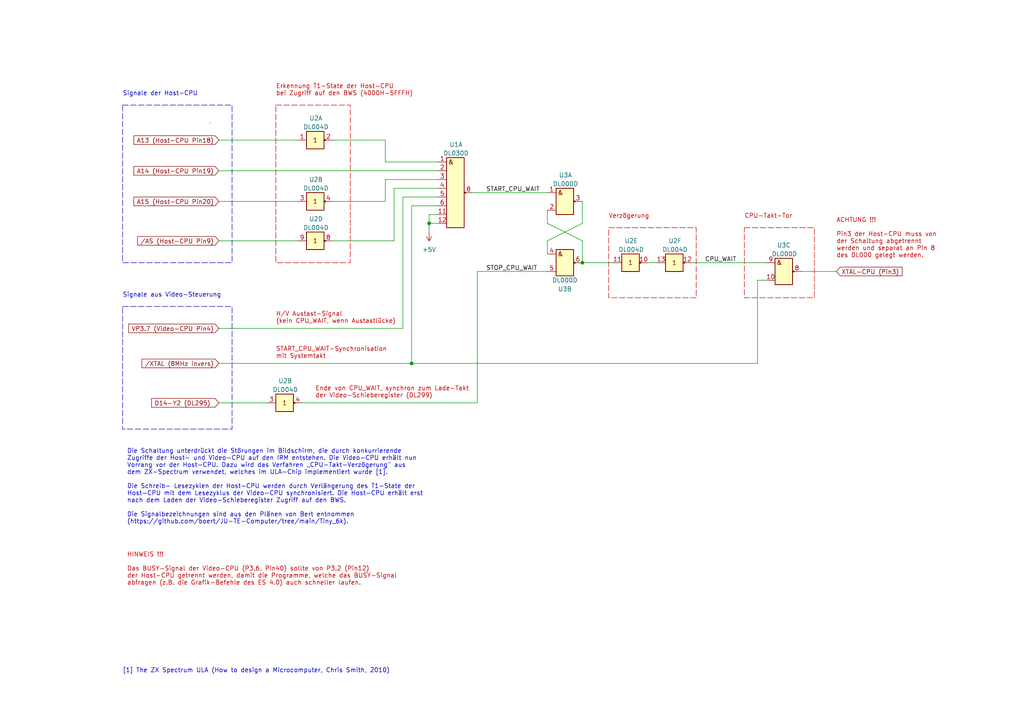
<source format=kicad_sch>
(kicad_sch (version 20230121) (generator eeschema)
  (paper "A4")
  (title_block (title "JU-TE 6K Video-Entstörung") (rev "V2.0"))
  (lib_symbols
    (symbol "RFT_Digitalschaltkreise:DL000D" (pin_names (offset 1.016) hide)
      (property "Reference" "U" (at 0 5.08 0))
      (property "Value" "DL000D" (at 0 -5.08 0))
      (symbol "DL000D_1_0"
        (pin output line (at 5.08 0 180) (length 2.54) (name "Y1") (number "3"))
      )
      (symbol "DL000D_1_1"
        (rectangle (start -2.54 3.81) (end 2.54 -3.81) (stroke (width 0.254)) (fill (type background)))
        (circle (center 2.8448 0) (radius 0.2032) (fill (type outline)))
        (text "&" (at -1.27 2.54 0) (effects (font (size 1.27 1.27))))
        (pin input line (at -5.08 2.54 0) (length 2.54) (name "A1") (number "1"))
        (pin input line (at -5.08 -2.54 0) (length 2.54) (name "B1") (number "2"))
      )
      (symbol "DL000D_2_0"
        (pin input line (at -5.08 2.54 0) (length 2.54) (name "A2") (number "4"))
        (pin input line (at -5.08 -2.54 0) (length 2.54) (name "B2") (number "5"))
        (pin output line (at 5.08 0 180) (length 2.54) (name "Y2") (number "6"))
      )
      (symbol "DL000D_2_1"
        (rectangle (start -2.54 3.81) (end 2.54 -3.81) (stroke (width 0.254)) (fill (type background)))
        (circle (center 2.8448 0) (radius 0.2032) (fill (type outline)))
        (text "&" (at -1.27 2.54 0) (effects (font (size 1.27 1.27))))
      )
      (symbol "DL000D_3_0"
        (pin output line (at 5.08 0 180) (length 2.54) (name "Y3") (number "8"))
      )
      (symbol "DL000D_3_1"
        (rectangle (start -2.54 3.81) (end 2.54 -3.81) (stroke (width 0.254)) (fill (type background)))
        (circle (center 2.8448 0) (radius 0.2032) (fill (type outline)))
        (text "&" (at -1.27 2.54 0) (effects (font (size 1.27 1.27))))
        (pin input line (at -5.08 -2.54 0) (length 2.54) (name "B3") (number "10"))
        (pin input line (at -5.08 2.54 0) (length 2.54) (name "A3") (number "9"))
      )
      (symbol "DL000D_4_0"
        (pin output line (at 5.08 0 180) (length 2.54) (name "Y4") (number "11"))
      )
      (symbol "DL000D_4_1"
        (rectangle (start -2.54 3.81) (end 2.54 -3.81) (stroke (width 0.254)) (fill (type background)))
        (circle (center 2.8448 0) (radius 0.2032) (fill (type outline)))
        (text "&" (at -1.27 2.54 0) (effects (font (size 1.27 1.27))))
        (pin input line (at -5.08 2.54 0) (length 2.54) (name "A4") (number "12"))
        (pin input line (at -5.08 -2.54 0) (length 2.54) (name "B4") (number "13"))
      )
      (symbol "DL000D_5_1"
        (rectangle (start -1.27 2.54) (end 1.27 -2.54) (fill (type background)))
        (pin power_in line (at 0 5.08 270) (length 2.54) (name "Vcc") (number "14"))
        (pin power_in line (at 0 -5.08 90) (length 2.54) (name "GND") (number "7"))
      )
    )
    (symbol "RFT_Digitalschaltkreise:DL004D" (pin_names (offset 1.016) hide)
      (property "Reference" "U" (at 0 3.81 0))
      (property "Value" "DL004D" (at 0 -3.81 0))
      (symbol "DL004D_1_0"
        (pin output line (at 5.08 0 180) (length 2.54) (name "Y1") (number "2"))
      )
      (symbol "DL004D_1_1"
        (rectangle (start -2.54 2.54) (end 2.54 -2.54) (stroke (width 0.254)) (fill (type background)))
        (circle (center 2.8448 0) (radius 0.2032) (fill (type outline)))
        (text "1" (at 0 0 0) (effects (font (size 1.27 1.27))))
        (pin input line (at -5.08 0 0) (length 2.54) (name "A1") (number "1"))
      )
      (symbol "DL004D_2_1"
        (rectangle (start -2.54 2.54) (end 2.54 -2.54) (stroke (width 0.254)) (fill (type background)))
        (circle (center 2.8448 0) (radius 0.2032) (fill (type outline)))
        (text "1" (at 0 0 0) (effects (font (size 1.27 1.27))))
        (pin input line (at -5.08 0 0) (length 2.54) (name "A2") (number "3"))
        (pin output line (at 5.08 0 180) (length 2.54) (name "Y2") (number "4"))
      )
      (symbol "DL004D_3_1"
        (rectangle (start -2.54 2.54) (end 2.54 -2.54) (stroke (width 0.254)) (fill (type background)))
        (circle (center 2.8448 0) (radius 0.2032) (fill (type outline)))
        (text "1" (at 0 0 0) (effects (font (size 1.27 1.27))))
        (pin input line (at -5.08 0 0) (length 2.54) (name "A3") (number "5"))
        (pin output line (at 5.08 0 180) (length 2.54) (name "Y3") (number "6"))
      )
      (symbol "DL004D_4_1"
        (rectangle (start -2.54 2.54) (end 2.54 -2.54) (stroke (width 0.254)) (fill (type background)))
        (circle (center 2.8448 0) (radius 0.2032) (fill (type outline)))
        (text "1" (at 0 0 0) (effects (font (size 1.27 1.27))))
        (pin output line (at 5.08 0 180) (length 2.54) (name "Y4") (number "8"))
        (pin input line (at -5.08 0 0) (length 2.54) (name "A4") (number "9"))
      )
      (symbol "DL004D_5_1"
        (rectangle (start -2.54 2.54) (end 2.54 -2.54) (stroke (width 0.254)) (fill (type background)))
        (circle (center 2.8448 0) (radius 0.2032) (fill (type outline)))
        (text "1" (at 0 0 0) (effects (font (size 1.27 1.27))))
        (pin output line (at 5.08 0 180) (length 2.54) (name "Y5") (number "10"))
        (pin input line (at -5.08 0 0) (length 2.54) (name "A5") (number "11"))
      )
      (symbol "DL004D_6_1"
        (rectangle (start -2.54 2.54) (end 2.54 -2.54) (stroke (width 0.254)) (fill (type background)))
        (circle (center 2.8448 0) (radius 0.2032) (fill (type outline)))
        (text "1" (at 0 0 0) (effects (font (size 1.27 1.27))))
        (pin output line (at 5.08 0 180) (length 2.54) (name "Y6") (number "12"))
        (pin input line (at -5.08 0 0) (length 2.54) (name "A6") (number "13"))
      )
      (symbol "DL004D_7_1"
        (rectangle (start -1.27 2.54) (end 1.27 -2.54) (fill (type background)))
        (pin power_in line (at 0 5.08 270) (length 2.54) (name "Vcc") (number "14"))
        (pin power_in line (at 0 -5.08 90) (length 2.54) (name "GND") (number "7"))
      )
    )
    (symbol "RFT_Digitalschaltkreise:DL030D" (pin_names (offset 1.016) hide)
      (property "Reference" "U" (at 0 11.43 0))
      (property "Value" "DL030D" (at 0 -11.43 0))
      (symbol "DL030D_0_1"
        (pin no_connect line (at 5.08 5.08 180) (length 2.54) hide (name "n.c.") (number "10"))
      )
      (symbol "DL030D_1_0"
        (pin output line (at 5.08 0 180) (length 2.54) (name "Y") (number "8"))
      )
      (symbol "DL030D_1_1"
        (rectangle (start -2.54 10.16) (end 2.54 -10.16) (stroke (width 0.254)) (fill (type background)))
        (circle (center 2.8448 0) (radius 0.2032) (fill (type outline)))
        (text "&" (at -1.27 8.89 0) (effects (font (size 1.27 1.27))))
        (pin input line (at -5.08 8.89 0) (length 2.54) (name "A") (number "1"))
        (pin input line (at -5.08 -6.35 0) (length 2.54) (name "G") (number "11"))
        (pin input line (at -5.08 -8.89 0) (length 2.54) (name "H") (number "12"))
        (pin no_connect line (at 5.08 7.62 180) (length 2.54) hide (name "n.c.") (number "13"))
        (pin input line (at -5.08 6.35 0) (length 2.54) (name "B") (number "2"))
        (pin input line (at -5.08 3.81 0) (length 2.54) (name "C") (number "3"))
        (pin input line (at -5.08 1.27 0) (length 2.54) (name "D") (number "4"))
        (pin input line (at -5.08 -1.27 0) (length 2.54) (name "E") (number "5"))
        (pin input line (at -5.08 -3.81 0) (length 2.54) (name "F") (number "6"))
        (pin no_connect line (at 5.08 2.54 180) (length 2.54) hide (name "n.c.") (number "9"))
      )
      (symbol "DL030D_2_1"
        (rectangle (start -1.27 2.54) (end 1.27 -2.54) (fill (type background)))
        (pin power_in line (at 0 5.08 270) (length 2.54) (name "Vcc") (number "14"))
        (pin power_in line (at 0 -5.08 90) (length 2.54) (name "GND") (number "7"))
      )
      (symbol "DL030D_3_1"
        (rectangle (start -1.27 2.54) (end 1.27 -2.54) (fill (type background)))
      )
    )
    (symbol "power:+5V" (power) (pin_names (offset 0))
      (property "Value" "+5V" (at 0 3.556 0))
      (symbol "+5V_0_1"
        (polyline (pts (xy -0.762 1.27) (xy 0 2.54)))
        (polyline (pts (xy 0 0) (xy 0 2.54)))
        (polyline (pts (xy 0 2.54) (xy 0.762 1.27)))
      )
      (symbol "+5V_1_1"
        (pin power_in line (at 0 0 90) (length 0) hide (name "+5V") (number "1"))
      )
    )
  )
  (junction (at 168.91 76.2))
  (junction (at 124.46 64.77))
  (junction (at 119.38 105.41))
  (wire (pts (xy 124.46 64.77) (xy 124.46 67.31)))
  (wire (pts (xy 124.46 64.77) (xy 127 64.77)))
  (wire (pts (xy 137.16 55.88) (xy 158.75 55.88)))
  (wire (pts (xy 168.91 76.2) (xy 177.8 76.2)))
  (wire (pts (xy 63.5 95.25) (xy 116.84 95.25)))
  (wire (pts (xy 168.91 64.77) (xy 168.91 58.42)))
  (wire (pts (xy 63.5 105.41) (xy 119.38 105.41)))
  (wire (pts (xy 222.25 81.28) (xy 219.71 81.28)))
  (wire (pts (xy 200.66 76.2) (xy 222.25 76.2)))
  (wire (pts (xy 127 62.23) (xy 124.46 62.23)))
  (wire (pts (xy 232.41 78.74) (xy 242.57 78.74)))
  (wire (pts (xy 96.52 69.85) (xy 114.3 69.85)))
  (wire (pts (xy 87.63 116.84) (xy 138.43 116.84)))
  (wire (pts (xy 96.52 40.64) (xy 111.76 40.64)))
  (wire (pts (xy 219.71 81.28) (xy 219.71 105.41)))
  (wire (pts (xy 168.91 69.85) (xy 158.75 64.77)))
  (wire (pts (xy 63.5 58.42) (xy 86.36 58.42)))
  (wire (pts (xy 219.71 105.41) (xy 119.38 105.41)))
  (wire (pts (xy 111.76 58.42) (xy 111.76 52.07)))
  (wire (pts (xy 63.5 40.64) (xy 86.36 40.64)))
  (wire (pts (xy 168.91 64.77) (xy 158.75 69.85)))
  (wire (pts (xy 158.75 60.96) (xy 158.75 64.77)))
  (wire (pts (xy 168.91 69.85) (xy 168.91 76.2)))
  (wire (pts (xy 114.3 54.61) (xy 127 54.61)))
  (wire (pts (xy 116.84 57.15) (xy 127 57.15)))
  (wire (pts (xy 63.5 116.84) (xy 77.47 116.84)))
  (wire (pts (xy 63.5 69.85) (xy 86.36 69.85)))
  (wire (pts (xy 138.43 78.74) (xy 158.75 78.74)))
  (wire (pts (xy 187.96 76.2) (xy 190.5 76.2)))
  (wire (pts (xy 119.38 59.69) (xy 127 59.69)))
  (wire (pts (xy 63.5 49.53) (xy 127 49.53)))
  (wire (pts (xy 114.3 54.61) (xy 114.3 69.85)))
  (wire (pts (xy 116.84 95.25) (xy 116.84 57.15)))
  (wire (pts (xy 119.38 59.69) (xy 119.38 105.41)))
  (wire (pts (xy 158.75 69.85) (xy 158.75 73.66)))
  (wire (pts (xy 96.52 58.42) (xy 111.76 58.42)))
  (wire (pts (xy 111.76 52.07) (xy 127 52.07)))
  (wire (pts (xy 138.43 116.84) (xy 138.43 78.74)))
  (wire (pts (xy 111.76 40.64) (xy 111.76 46.99)))
  (wire (pts (xy 124.46 62.23) (xy 124.46 64.77)))
  (wire (pts (xy 111.76 46.99) (xy 127 46.99)))
  (rectangle (start 35.56 88.9) (end 67.31 124.46) (stroke (width 0) (type dash)))
  (rectangle (start 80.01 30.48) (end 101.6 76.2) (stroke (width 0) (type dash) (color 194 0 0 1)))
  (rectangle (start 60.96 35.56) (end 60.96 35.56))
  (rectangle (start 60.96 35.56) (end 60.96 35.56))
  (rectangle (start 176.53 66.04) (end 201.93 86.36) (stroke (width 0) (type dash) (color 194 0 0 1)))
  (rectangle (start 215.9 66.04) (end 236.22 86.36) (stroke (width 0) (type dash) (color 194 0 0 1)))
  (rectangle (start 35.56 30.48) (end 67.31 76.2) (stroke (width 0) (type dash)))
  (text "ACHTUNG !!!\n\nPin3 der Host-CPU muss von \nder Schaltung abgetrennt \nwerden und separat an Pin 8 \ndes DL000 gelegt werden." (at 242.57 74.93 0) (effects (font (size 1.27 1.27)) (justify left bottom)))
  (text "HINWEIS !!!\n\nDas BUSY-Signal der Video-CPU (P3.6, Pin40) sollte von P3.2 (Pin12) \nder Host-CPU getrennt werden, damit die Programme, welche das BUSY-Signal \nabfragen (z.B. die Grafik-Befehle des ES 4.0) auch schneller laufen.\n\n " (at 36.83 173.99 0) (effects (font (size 1.27 1.27)) (justify left bottom)))
  (text "Die Schaltung unterdrückt die Störungen im Bildschirm, die durch konkurrierende \nZugriffe der Host- und Video-CPU auf den IRM entstehen. Die Video-CPU erhält nun \nVorrang vor der Host-CPU. Dazu wird das Verfahren „CPU-Takt-Verzögerung\" aus \ndem ZX-Spectrum verwendet, welches im ULA-Chip implementiert wurde [1].\n\nDie Schreib- Lesezyklen der Host-CPU werden durch Verlängerung des T1-State der \nHost-CPU mit dem Lesezyklus der Video-CPU synchronisiert. Die Host-CPU erhält erst\nnach dem Laden der Video-Schieberegister Zugriff auf den BWS.\n\nDie Signalbezeichnungen sind aus den Plänen von Bert entnommen \n(https://github.com/boert/JU-TE-Computer/tree/main/Tiny_6k).\n\n\n" (at 36.83 156.21 0) (effects (font (size 1.27 1.27)) (justify left bottom)))
  (text "Erkennung T1-State der Host-CPU\nbei Zugriff auf den BWS (4000H-5FFFH)" (at 80.01 27.94 0) (effects (font (size 1.27 1.27)) (justify left bottom)))
  (text "[1] The ZX Spectrum ULA (How to design a Microcomputer, Chris Smith, 2010)\n\n\n" (at 35.56 199.39 0) (effects (font (size 1.27 1.27)) (justify left bottom)))
  (text "H/V Austast-Signal\n(kein CPU_WAIT, wenn Austastlücke)" (at 80.01 93.98 0) (effects (font (size 1.27 1.27)) (justify left bottom)))
  (text "CPU-Takt-Tor" (at 215.9 63.5 0) (effects (font (size 1.27 1.27)) (justify left bottom)))
  (text "Signale aus Video-Steuerung" (at 35.56 86.36 0) (effects (font (size 1.27 1.27)) (justify left bottom)))
  (text "Signale der Host-CPU" (at 35.56 27.94 0) (effects (font (size 1.27 1.27)) (justify left bottom)))
  (text "Ende von CPU_WAIT, synchron zum Lade-Takt \nder Video-Schieberegister (DL299) \n" (at 91.44 115.57 0) (effects (font (size 1.27 1.27)) (justify left bottom)))
  (text "START_CPU_WAIT-Synchronisation\nmit Systemtakt" (at 80.01 104.14 0) (effects (font (size 1.27 1.27)) (justify left bottom)))
  (text "Verzögerung" (at 176.53 63.5 0) (effects (font (size 1.27 1.27)) (justify left bottom)))
  (label "STOP_CPU_WAIT" (at 140.97 78.74 0))
  (label "START_CPU_WAIT" (at 140.97 55.88 0))
  (label "CPU_WAIT" (at 204.47 76.2 0))
  (global_label "D14-Y2 (DL295) " (shape input) (at 63.5 116.84 180) (property "Intersheetrefs" "${INTERSHEET_REFS}" (effects hide)))
  (global_label "A13 (Host-CPU Pin18)" (shape input) (at 63.5 40.64 180) (property "Intersheetrefs" "${INTERSHEET_REFS}" (effects hide)))
  (global_label "A15 (Host-CPU Pin20)" (shape input) (at 63.5 58.42 180) (property "Intersheetrefs" "${INTERSHEET_REFS}" (effects hide)))
  (global_label "{slash}AS (Host-CPU Pin9)" (shape input) (at 63.5 69.85 180) (property "Intersheetrefs" "${INTERSHEET_REFS}" (effects hide)))
  (global_label "{slash}XTAL (8MHz invers)" (shape input) (at 63.5 105.41 180) (property "Intersheetrefs" "${INTERSHEET_REFS}" (effects hide)))
  (global_label "VP3.7 (Video-CPU Pin4)" (shape input) (at 63.5 95.25 180) (property "Intersheetrefs" "${INTERSHEET_REFS}" (effects hide)))
  (global_label "A14 (Host-CPU Pin19)" (shape input) (at 63.5 49.53 180) (property "Intersheetrefs" "${INTERSHEET_REFS}" (effects hide)))
  (global_label "XTAL-CPU (Pin3)" (shape input) (at 242.57 78.74 0) (property "Intersheetrefs" "${INTERSHEET_REFS}" (effects hide)))
  (symbol (lib_id "RFT_Digitalschaltkreise:DL000D") (at 163.83 58.42 0) (unit 1)
    (property "Reference" "U3" (at 164.0205 50.8 0))
    (property "Value" "DL000D" (at 164.0205 53.34 0))
    (property "Datasheet" "https://www-user.tu-chemnitz.de/~heha/basteln/Konsumg%C3%BCter/DDR-Halbleiter/dl000.gif" (effects hide))
  )
  (symbol (lib_id "RFT_Digitalschaltkreise:DL004D") (at 195.58 76.2 0) (unit 6)
    (property "Reference" "U2" (at 195.7705 69.85 0))
    (property "Value" "DL004D" (at 195.7705 72.39 0))
    (property "Datasheet" "https://www-user.tu-chemnitz.de/~heha/basteln/Konsumg%C3%BCter/DDR-Halbleiter/dl003.gif" (effects hide))
  )
  (symbol (lib_id "RFT_Digitalschaltkreise:DL030D") (at 132.08 55.88 0) (unit 1)
    (property "Reference" "U1" (at 132.2705 41.91 0))
    (property "Value" "DL030D" (at 132.2705 44.45 0))
    (property "Datasheet" "https://www-user.tu-chemnitz.de/~heha/basteln/Konsumg%C3%BCter/DDR-Halbleiter/dl021.gif" (effects hide))
  )
  (symbol (lib_id "RFT_Digitalschaltkreise:DL000D") (at 227.33 78.74 0) (unit 3)
    (property "Reference" "U3" (at 227.33 71.12 0))
    (property "Value" "DL000D" (at 227.5205 73.66 0))
    (property "Datasheet" "https://www-user.tu-chemnitz.de/~heha/basteln/Konsumg%C3%BCter/DDR-Halbleiter/dl000.gif" (effects hide))
  )
  (symbol (lib_id "RFT_Digitalschaltkreise:DL004D") (at 182.88 76.2 0) (unit 5)
    (property "Reference" "U2" (at 183.0705 69.85 0))
    (property "Value" "DL004D" (at 183.0705 72.39 0))
    (property "Datasheet" "https://www-user.tu-chemnitz.de/~heha/basteln/Konsumg%C3%BCter/DDR-Halbleiter/dl003.gif" (effects hide))
  )
  (symbol (lib_id "RFT_Digitalschaltkreise:DL004D") (at 91.44 40.64 0) (unit 1)
    (property "Reference" "U2" (at 91.6305 34.29 0))
    (property "Value" "DL004D" (at 91.6305 36.83 0))
    (property "Datasheet" "https://www-user.tu-chemnitz.de/~heha/basteln/Konsumg%C3%BCter/DDR-Halbleiter/dl003.gif" (effects hide))
  )
  (symbol (lib_id "RFT_Digitalschaltkreise:DL000D") (at 163.83 76.2 0) (unit 2)
    (property "Reference" "U3" (at 163.83 83.82 0))
    (property "Value" "DL000D" (at 163.83 81.28 0))
    (property "Datasheet" "https://www-user.tu-chemnitz.de/~heha/basteln/Konsumg%C3%BCter/DDR-Halbleiter/dl000.gif" (effects hide))
  )
  (symbol (lib_id "RFT_Digitalschaltkreise:DL004D") (at 91.44 69.85 0) (unit 4)
    (property "Reference" "U2" (at 91.6305 63.5 0))
    (property "Value" "DL004D" (at 91.6305 66.04 0))
    (property "Datasheet" "https://www-user.tu-chemnitz.de/~heha/basteln/Konsumg%C3%BCter/DDR-Halbleiter/dl003.gif" (effects hide))
  )
  (symbol (lib_id "RFT_Digitalschaltkreise:DL004D") (at 91.44 58.42 0) (unit 2)
    (property "Reference" "U2" (at 91.6305 52.07 0))
    (property "Value" "DL004D" (at 91.6305 54.61 0))
    (property "Datasheet" "https://www-user.tu-chemnitz.de/~heha/basteln/Konsumg%C3%BCter/DDR-Halbleiter/dl003.gif" (effects hide))
  )
  (symbol (lib_id "RFT_Digitalschaltkreise:DL004D") (at 82.55 116.84 0) (unit 2)
    (property "Reference" "U2" (at 82.7405 110.49 0))
    (property "Value" "DL004D" (at 82.7405 113.03 0))
    (property "Datasheet" "https://www-user.tu-chemnitz.de/~heha/basteln/Konsumg%C3%BCter/DDR-Halbleiter/dl003.gif" (effects hide))
  )
  (symbol (lib_id "power:+5V") (at 124.46 67.31 180) (unit 1)
    (property "Reference" "#PWR01" (effects hide))
    (property "Value" "+5V" (at 124.46 72.39 0))
  )
)
</source>
